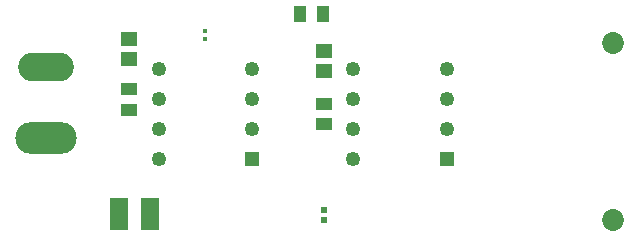
<source format=gts>
G04*
G04 #@! TF.GenerationSoftware,Altium Limited,Altium Designer,20.2.7 (254)*
G04*
G04 Layer_Color=8388736*
%FSLAX25Y25*%
%MOIN*%
G70*
G04*
G04 #@! TF.SameCoordinates,98EDEFB3-FBBC-4785-AB48-8CD72EF7211F*
G04*
G04*
G04 #@! TF.FilePolarity,Negative*
G04*
G01*
G75*
%ADD15R,0.05363X0.03969*%
%ADD16R,0.05363X0.04546*%
%ADD17R,0.06115X0.10654*%
%ADD18R,0.05363X0.04166*%
%ADD19R,0.01428X0.01788*%
%ADD20R,0.03963X0.05544*%
%ADD21R,0.02254X0.02423*%
%ADD22R,0.04921X0.04921*%
%ADD23C,0.04921*%
%ADD24C,0.07296*%
%ADD25O,0.20485X0.10642*%
%ADD26O,0.18517X0.09658*%
D15*
X51181Y265201D02*
D03*
Y272304D02*
D03*
D16*
X116142Y284944D02*
D03*
Y278048D02*
D03*
X51181Y288881D02*
D03*
Y281985D02*
D03*
D17*
X58368Y230315D02*
D03*
X47931D02*
D03*
D18*
X116142Y267232D02*
D03*
Y260327D02*
D03*
D19*
X76772Y291339D02*
D03*
Y288942D02*
D03*
D20*
X115948Y297244D02*
D03*
X108461D02*
D03*
D21*
X116142Y228346D02*
D03*
Y231721D02*
D03*
D22*
X157362Y248780D02*
D03*
X92402D02*
D03*
D23*
X157362Y258780D02*
D03*
Y268779D02*
D03*
Y278780D02*
D03*
X126102D02*
D03*
Y268779D02*
D03*
Y258780D02*
D03*
Y248780D02*
D03*
X92402Y258780D02*
D03*
Y268779D02*
D03*
Y278780D02*
D03*
X61142D02*
D03*
Y268779D02*
D03*
Y258780D02*
D03*
Y248780D02*
D03*
D24*
X212598Y287402D02*
D03*
Y228346D02*
D03*
D25*
X23622Y255906D02*
D03*
D26*
Y279528D02*
D03*
M02*

</source>
